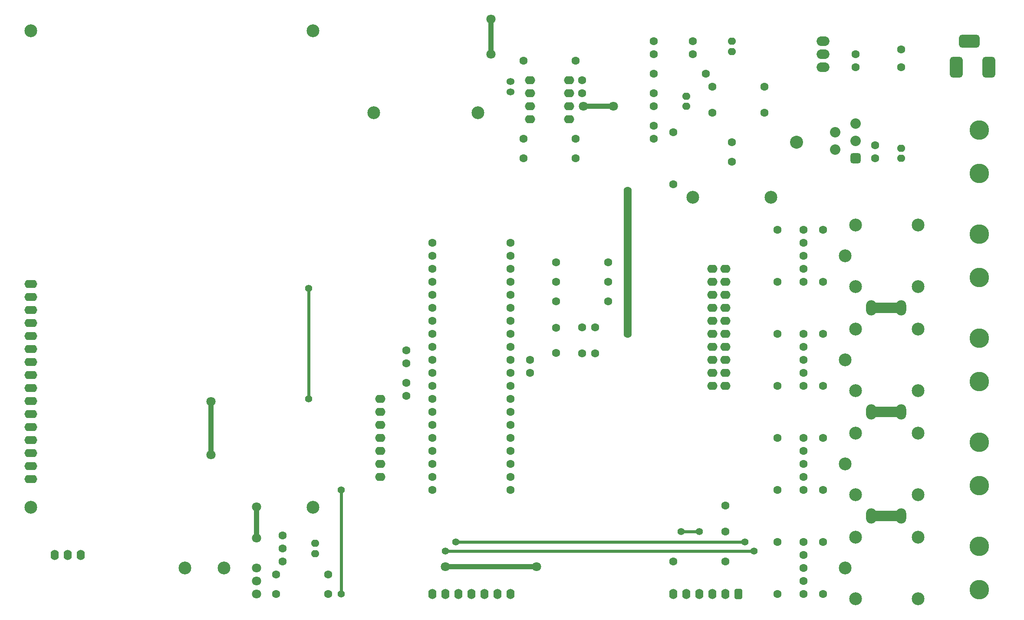
<source format=gtl>
%FSTAX44Y44*%
%MOMM*%
G71*
G01*
G75*
G04 Layer_Physical_Order=1*
G04 Layer_Color=16776960*
%ADD10C,0.6000*%
%ADD11C,1.0000*%
%ADD12C,1.5000*%
%ADD13C,2.0000*%
%ADD14O,2.0000X1.6000*%
%ADD15C,3.8100*%
%ADD16C,1.6000*%
%ADD17O,1.6000X2.0000*%
G04:AMPARAMS|DCode=18|XSize=1.6mm|YSize=2mm|CornerRadius=0.4mm|HoleSize=0mm|Usage=FLASHONLY|Rotation=180.000|XOffset=0mm|YOffset=0mm|HoleType=Round|Shape=RoundedRectangle|*
%AMROUNDEDRECTD18*
21,1,1.6000,1.2000,0,0,180.0*
21,1,0.8000,2.0000,0,0,180.0*
1,1,0.8000,-0.4000,0.6000*
1,1,0.8000,0.4000,0.6000*
1,1,0.8000,0.4000,-0.6000*
1,1,0.8000,-0.4000,-0.6000*
%
%ADD18ROUNDEDRECTD18*%
G04:AMPARAMS|DCode=19|XSize=2.54mm|YSize=4.064mm|CornerRadius=0.635mm|HoleSize=0mm|Usage=FLASHONLY|Rotation=180.000|XOffset=0mm|YOffset=0mm|HoleType=Round|Shape=RoundedRectangle|*
%AMROUNDEDRECTD19*
21,1,2.5400,2.7940,0,0,180.0*
21,1,1.2700,4.0640,0,0,180.0*
1,1,1.2700,-0.6350,1.3970*
1,1,1.2700,0.6350,1.3970*
1,1,1.2700,0.6350,-1.3970*
1,1,1.2700,-0.6350,-1.3970*
%
%ADD19ROUNDEDRECTD19*%
G04:AMPARAMS|DCode=20|XSize=4.064mm|YSize=2.54mm|CornerRadius=0.635mm|HoleSize=0mm|Usage=FLASHONLY|Rotation=180.000|XOffset=0mm|YOffset=0mm|HoleType=Round|Shape=RoundedRectangle|*
%AMROUNDEDRECTD20*
21,1,4.0640,1.2700,0,0,180.0*
21,1,2.7940,2.5400,0,0,180.0*
1,1,1.2700,-1.3970,0.6350*
1,1,1.2700,1.3970,0.6350*
1,1,1.2700,1.3970,-0.6350*
1,1,1.2700,-1.3970,-0.6350*
%
%ADD20ROUNDEDRECTD20*%
%ADD21C,2.5400*%
G04:AMPARAMS|DCode=22|XSize=2.032mm|YSize=2.032mm|CornerRadius=0.508mm|HoleSize=0mm|Usage=FLASHONLY|Rotation=90.000|XOffset=0mm|YOffset=0mm|HoleType=Round|Shape=RoundedRectangle|*
%AMROUNDEDRECTD22*
21,1,2.0320,1.0160,0,0,90.0*
21,1,1.0160,2.0320,0,0,90.0*
1,1,1.0160,0.5080,0.5080*
1,1,1.0160,0.5080,-0.5080*
1,1,1.0160,-0.5080,-0.5080*
1,1,1.0160,-0.5080,0.5080*
%
%ADD22ROUNDEDRECTD22*%
%ADD23C,2.0320*%
%ADD24O,2.5000X1.9000*%
%ADD25C,2.5000*%
%ADD26O,1.6000X1.4000*%
%ADD27O,1.6000X1.3000*%
%ADD28C,1.8000*%
%ADD29O,2.5000X1.6000*%
%ADD30O,2.0000X3.0000*%
%ADD31C,1.4000*%
D10*
X0170434Y0042672D02*
X017399D01*
X009779Y006858D02*
Y009017D01*
X010414Y003048D02*
Y00508D01*
X012446Y0038862D02*
X0184658D01*
X0126492Y004064D02*
X018288D01*
D11*
X012446Y0035814D02*
X014224D01*
X013335Y013589D02*
Y0142748D01*
X0151384Y012573D02*
X0157226D01*
X007874Y0057658D02*
Y0068072D01*
X008763Y0041402D02*
Y0047498D01*
D12*
X016002Y008128D02*
Y010922D01*
D13*
X0207518Y008636D02*
X021336D01*
X0207518Y006604D02*
X021336D01*
X0207518Y004572D02*
X021336D01*
D14*
X017653Y009398D02*
D03*
Y009144D02*
D03*
Y00889D02*
D03*
Y008636D02*
D03*
Y008382D02*
D03*
Y008128D02*
D03*
Y007874D02*
D03*
Y00762D02*
D03*
Y007366D02*
D03*
Y007112D02*
D03*
X017907D02*
D03*
Y007366D02*
D03*
Y00762D02*
D03*
Y007874D02*
D03*
Y008128D02*
D03*
Y008382D02*
D03*
Y008636D02*
D03*
Y00889D02*
D03*
Y009144D02*
D03*
Y009398D02*
D03*
X014097Y013081D02*
D03*
Y012827D02*
D03*
Y012573D02*
D03*
Y012319D02*
D03*
X014859D02*
D03*
Y012573D02*
D03*
Y012827D02*
D03*
Y013081D02*
D03*
X011176Y006858D02*
D03*
Y006604D02*
D03*
Y00635D02*
D03*
Y006096D02*
D03*
Y005842D02*
D03*
Y005588D02*
D03*
Y005334D02*
D03*
D15*
X02286Y01126067D02*
D03*
Y01210733D02*
D03*
Y00922867D02*
D03*
Y01007533D02*
D03*
Y00719667D02*
D03*
Y00804333D02*
D03*
Y00516467D02*
D03*
Y00601133D02*
D03*
Y00313267D02*
D03*
Y00397933D02*
D03*
D16*
X017907Y0047752D02*
D03*
Y0042672D02*
D03*
Y003683D02*
D03*
X016891D02*
D03*
X019431Y003556D02*
D03*
Y003302D02*
D03*
Y003048D02*
D03*
X019812D02*
D03*
Y004064D02*
D03*
X019431Y00381D02*
D03*
Y004064D02*
D03*
X018923D02*
D03*
Y003048D02*
D03*
X019431Y005588D02*
D03*
Y005334D02*
D03*
Y00508D02*
D03*
X019812D02*
D03*
Y006096D02*
D03*
X019431Y005842D02*
D03*
Y006096D02*
D03*
X018923D02*
D03*
Y00508D02*
D03*
X019431Y00762D02*
D03*
Y007366D02*
D03*
Y007112D02*
D03*
X019812D02*
D03*
Y008128D02*
D03*
X019431Y007874D02*
D03*
Y008128D02*
D03*
X018923D02*
D03*
Y007112D02*
D03*
X019431Y009652D02*
D03*
Y009398D02*
D03*
Y009144D02*
D03*
X019812D02*
D03*
Y01016D02*
D03*
X019431Y009906D02*
D03*
Y01016D02*
D03*
X018923D02*
D03*
Y009144D02*
D03*
X021336Y013335D02*
D03*
Y013685D02*
D03*
X020447Y013335D02*
D03*
Y013589D02*
D03*
X018669Y012954D02*
D03*
X017653D02*
D03*
Y012446D02*
D03*
X018669D02*
D03*
X018034Y0118745D02*
D03*
Y0114935D02*
D03*
X016891Y011049D02*
D03*
Y012065D02*
D03*
X01651Y012192D02*
D03*
Y011938D02*
D03*
Y012573D02*
D03*
Y012827D02*
D03*
X017526Y013208D02*
D03*
X01651D02*
D03*
X017272Y013843D02*
D03*
Y013589D02*
D03*
X01651Y013843D02*
D03*
Y013589D02*
D03*
X014605Y009144D02*
D03*
X015621D02*
D03*
X014605Y008763D02*
D03*
X015621D02*
D03*
X014605Y009525D02*
D03*
X015621D02*
D03*
X015113Y007747D02*
D03*
X015367D02*
D03*
X015113Y008255D02*
D03*
X015367D02*
D03*
X014605Y008245D02*
D03*
Y007757D02*
D03*
X014097Y007366D02*
D03*
Y00762D02*
D03*
X01397Y011557D02*
D03*
X014986D02*
D03*
X01397Y011938D02*
D03*
X014986D02*
D03*
X015113Y013081D02*
D03*
Y012827D02*
D03*
X01397Y013462D02*
D03*
X014986D02*
D03*
X011684Y0078105D02*
D03*
Y0075565D02*
D03*
Y0069215D02*
D03*
Y0071755D02*
D03*
X009144Y003429D02*
D03*
X01016D02*
D03*
Y003048D02*
D03*
X009144D02*
D03*
X009271Y004191D02*
D03*
Y003937D02*
D03*
Y003683D02*
D03*
X020828Y011557D02*
D03*
Y011811D02*
D03*
X012192Y009906D02*
D03*
Y009652D02*
D03*
Y009398D02*
D03*
Y009144D02*
D03*
Y00889D02*
D03*
Y008636D02*
D03*
Y008382D02*
D03*
Y008128D02*
D03*
Y007874D02*
D03*
Y00762D02*
D03*
Y007366D02*
D03*
Y007112D02*
D03*
Y006858D02*
D03*
Y006604D02*
D03*
Y00635D02*
D03*
Y006096D02*
D03*
Y005842D02*
D03*
Y005588D02*
D03*
Y005334D02*
D03*
Y00508D02*
D03*
X013716Y009906D02*
D03*
Y009652D02*
D03*
Y009398D02*
D03*
Y009144D02*
D03*
Y00889D02*
D03*
Y008636D02*
D03*
Y008382D02*
D03*
Y008128D02*
D03*
Y007874D02*
D03*
Y00762D02*
D03*
Y007366D02*
D03*
Y007112D02*
D03*
Y006858D02*
D03*
Y006604D02*
D03*
Y00635D02*
D03*
Y006096D02*
D03*
Y005842D02*
D03*
Y005588D02*
D03*
Y005334D02*
D03*
Y00508D02*
D03*
X016002Y010922D02*
D03*
Y008128D02*
D03*
D17*
X017145Y003048D02*
D03*
X017907D02*
D03*
X017653D02*
D03*
X017399D02*
D03*
X016891D02*
D03*
X005334Y00381D02*
D03*
X00508D02*
D03*
X004826D02*
D03*
X012192Y003048D02*
D03*
X012446D02*
D03*
X0127D02*
D03*
X012954D02*
D03*
X013208D02*
D03*
X013462D02*
D03*
X013716D02*
D03*
D18*
X018161D02*
D03*
D19*
X0224155Y013335D02*
D03*
X0230505D02*
D03*
D20*
X0226695Y013843D02*
D03*
D21*
X019296Y011876D02*
D03*
D22*
X020447Y011557D02*
D03*
D23*
X020047Y011727D02*
D03*
X020447Y011897D02*
D03*
X020047Y012067D02*
D03*
X020447Y012237D02*
D03*
D24*
X019812Y013335D02*
D03*
Y013843D02*
D03*
Y013589D02*
D03*
D25*
X018796Y010795D02*
D03*
X017272D02*
D03*
X011049Y012446D02*
D03*
X013081D02*
D03*
X008128Y003556D02*
D03*
X007366D02*
D03*
X004362Y014048D02*
D03*
Y004748D02*
D03*
X009862Y014048D02*
D03*
Y004748D02*
D03*
X021665Y006188D02*
D03*
Y004988D02*
D03*
X020445Y006188D02*
D03*
Y004988D02*
D03*
X020245Y005588D02*
D03*
X021665Y004156D02*
D03*
Y002956D02*
D03*
X020445Y004156D02*
D03*
Y002956D02*
D03*
X020245Y003556D02*
D03*
X021665Y00822D02*
D03*
Y00702D02*
D03*
X020445Y00822D02*
D03*
Y00702D02*
D03*
X020245Y00762D02*
D03*
X021665Y010252D02*
D03*
Y009052D02*
D03*
X020445Y010252D02*
D03*
Y009052D02*
D03*
X020245Y009652D02*
D03*
D26*
X017145Y012773D02*
D03*
Y012573D02*
D03*
X018034Y013643D02*
D03*
Y013843D02*
D03*
X009906Y0040386D02*
D03*
Y0038386D02*
D03*
X021336Y011757D02*
D03*
Y011557D02*
D03*
D27*
X013716Y012854D02*
D03*
Y013054D02*
D03*
D28*
X008763Y003048D02*
D03*
Y003302D02*
D03*
Y003556D02*
D03*
X012446Y0035814D02*
D03*
X014224D02*
D03*
X013335Y013589D02*
D03*
Y0142748D02*
D03*
X0151384Y012573D02*
D03*
X0157226D02*
D03*
X007874Y0068072D02*
D03*
Y0057658D02*
D03*
X008763Y0041402D02*
D03*
Y0047498D02*
D03*
D29*
X004362Y009108D02*
D03*
Y008854D02*
D03*
Y0086D02*
D03*
Y008346D02*
D03*
Y008092D02*
D03*
Y007838D02*
D03*
Y005298D02*
D03*
Y005552D02*
D03*
Y005806D02*
D03*
Y00606D02*
D03*
Y006314D02*
D03*
Y006568D02*
D03*
Y006822D02*
D03*
Y007076D02*
D03*
Y00733D02*
D03*
Y007584D02*
D03*
D30*
X0207518Y008636D02*
D03*
X021336D02*
D03*
Y006604D02*
D03*
X0207518D02*
D03*
X021336Y004572D02*
D03*
X0207518D02*
D03*
D31*
X017399Y0042672D02*
D03*
X0170434D02*
D03*
X009779Y009017D02*
D03*
X010414Y003048D02*
D03*
Y00508D02*
D03*
X012446Y0038862D02*
D03*
X009779Y006858D02*
D03*
X0184658Y0038862D02*
D03*
X018288Y004064D02*
D03*
X0126492D02*
D03*
M02*

</source>
